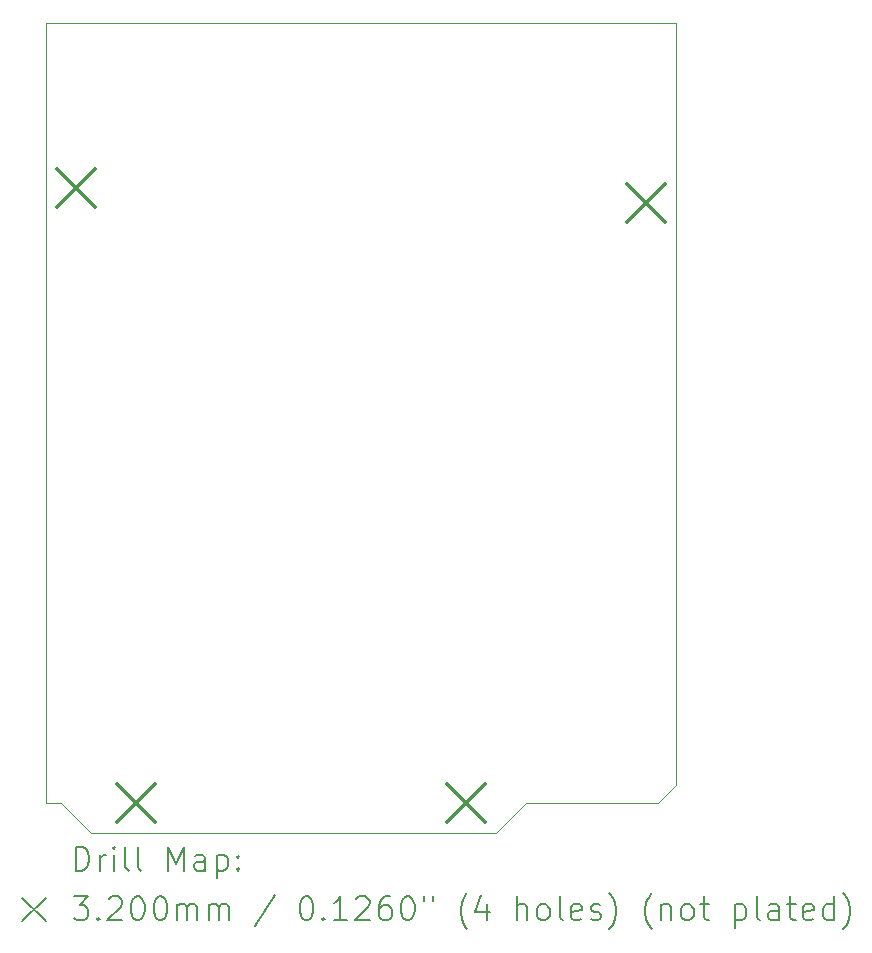
<source format=gbr>
%TF.GenerationSoftware,KiCad,Pcbnew,(6.0.11)*%
%TF.CreationDate,2024-01-05T14:59:17+00:00*%
%TF.ProjectId,EcoIDTesterCaseRear,45636f49-4454-4657-9374-657243617365,rev?*%
%TF.SameCoordinates,Original*%
%TF.FileFunction,Drillmap*%
%TF.FilePolarity,Positive*%
%FSLAX45Y45*%
G04 Gerber Fmt 4.5, Leading zero omitted, Abs format (unit mm)*
G04 Created by KiCad (PCBNEW (6.0.11)) date 2024-01-05 14:59:17*
%MOMM*%
%LPD*%
G01*
G04 APERTURE LIST*
%ADD10C,0.100000*%
%ADD11C,0.200000*%
%ADD12C,0.320000*%
G04 APERTURE END LIST*
D10*
X15563000Y-13436000D02*
X15818000Y-13182000D01*
X17087000Y-6580000D02*
X11754000Y-6578000D01*
X11754000Y-6578000D02*
X11754000Y-13181000D01*
X15818000Y-13182000D02*
X16935000Y-13182000D01*
X11880000Y-13181000D02*
X12134000Y-13435000D01*
X16935000Y-13182000D02*
X17088000Y-13030000D01*
X17088000Y-13030000D02*
X17087000Y-6580000D01*
X11754000Y-13181000D02*
X11880000Y-13181000D01*
X12134000Y-13435000D02*
X15563000Y-13436000D01*
D11*
D12*
X11847500Y-7815000D02*
X12167500Y-8135000D01*
X12167500Y-7815000D02*
X11847500Y-8135000D01*
X12355500Y-13022000D02*
X12675500Y-13342000D01*
X12675500Y-13022000D02*
X12355500Y-13342000D01*
X15149500Y-13022000D02*
X15469500Y-13342000D01*
X15469500Y-13022000D02*
X15149500Y-13342000D01*
X16673500Y-7942000D02*
X16993500Y-8262000D01*
X16993500Y-7942000D02*
X16673500Y-8262000D01*
D11*
X12006619Y-13751476D02*
X12006619Y-13551476D01*
X12054238Y-13551476D01*
X12082809Y-13561000D01*
X12101857Y-13580048D01*
X12111381Y-13599095D01*
X12120905Y-13637190D01*
X12120905Y-13665762D01*
X12111381Y-13703857D01*
X12101857Y-13722905D01*
X12082809Y-13741952D01*
X12054238Y-13751476D01*
X12006619Y-13751476D01*
X12206619Y-13751476D02*
X12206619Y-13618143D01*
X12206619Y-13656238D02*
X12216143Y-13637190D01*
X12225667Y-13627667D01*
X12244714Y-13618143D01*
X12263762Y-13618143D01*
X12330428Y-13751476D02*
X12330428Y-13618143D01*
X12330428Y-13551476D02*
X12320905Y-13561000D01*
X12330428Y-13570524D01*
X12339952Y-13561000D01*
X12330428Y-13551476D01*
X12330428Y-13570524D01*
X12454238Y-13751476D02*
X12435190Y-13741952D01*
X12425667Y-13722905D01*
X12425667Y-13551476D01*
X12559000Y-13751476D02*
X12539952Y-13741952D01*
X12530428Y-13722905D01*
X12530428Y-13551476D01*
X12787571Y-13751476D02*
X12787571Y-13551476D01*
X12854238Y-13694333D01*
X12920905Y-13551476D01*
X12920905Y-13751476D01*
X13101857Y-13751476D02*
X13101857Y-13646714D01*
X13092333Y-13627667D01*
X13073286Y-13618143D01*
X13035190Y-13618143D01*
X13016143Y-13627667D01*
X13101857Y-13741952D02*
X13082809Y-13751476D01*
X13035190Y-13751476D01*
X13016143Y-13741952D01*
X13006619Y-13722905D01*
X13006619Y-13703857D01*
X13016143Y-13684809D01*
X13035190Y-13675286D01*
X13082809Y-13675286D01*
X13101857Y-13665762D01*
X13197095Y-13618143D02*
X13197095Y-13818143D01*
X13197095Y-13627667D02*
X13216143Y-13618143D01*
X13254238Y-13618143D01*
X13273286Y-13627667D01*
X13282809Y-13637190D01*
X13292333Y-13656238D01*
X13292333Y-13713381D01*
X13282809Y-13732428D01*
X13273286Y-13741952D01*
X13254238Y-13751476D01*
X13216143Y-13751476D01*
X13197095Y-13741952D01*
X13378048Y-13732428D02*
X13387571Y-13741952D01*
X13378048Y-13751476D01*
X13368524Y-13741952D01*
X13378048Y-13732428D01*
X13378048Y-13751476D01*
X13378048Y-13627667D02*
X13387571Y-13637190D01*
X13378048Y-13646714D01*
X13368524Y-13637190D01*
X13378048Y-13627667D01*
X13378048Y-13646714D01*
X11549000Y-13981000D02*
X11749000Y-14181000D01*
X11749000Y-13981000D02*
X11549000Y-14181000D01*
X11987571Y-13971476D02*
X12111381Y-13971476D01*
X12044714Y-14047667D01*
X12073286Y-14047667D01*
X12092333Y-14057190D01*
X12101857Y-14066714D01*
X12111381Y-14085762D01*
X12111381Y-14133381D01*
X12101857Y-14152428D01*
X12092333Y-14161952D01*
X12073286Y-14171476D01*
X12016143Y-14171476D01*
X11997095Y-14161952D01*
X11987571Y-14152428D01*
X12197095Y-14152428D02*
X12206619Y-14161952D01*
X12197095Y-14171476D01*
X12187571Y-14161952D01*
X12197095Y-14152428D01*
X12197095Y-14171476D01*
X12282809Y-13990524D02*
X12292333Y-13981000D01*
X12311381Y-13971476D01*
X12359000Y-13971476D01*
X12378048Y-13981000D01*
X12387571Y-13990524D01*
X12397095Y-14009571D01*
X12397095Y-14028619D01*
X12387571Y-14057190D01*
X12273286Y-14171476D01*
X12397095Y-14171476D01*
X12520905Y-13971476D02*
X12539952Y-13971476D01*
X12559000Y-13981000D01*
X12568524Y-13990524D01*
X12578048Y-14009571D01*
X12587571Y-14047667D01*
X12587571Y-14095286D01*
X12578048Y-14133381D01*
X12568524Y-14152428D01*
X12559000Y-14161952D01*
X12539952Y-14171476D01*
X12520905Y-14171476D01*
X12501857Y-14161952D01*
X12492333Y-14152428D01*
X12482809Y-14133381D01*
X12473286Y-14095286D01*
X12473286Y-14047667D01*
X12482809Y-14009571D01*
X12492333Y-13990524D01*
X12501857Y-13981000D01*
X12520905Y-13971476D01*
X12711381Y-13971476D02*
X12730428Y-13971476D01*
X12749476Y-13981000D01*
X12759000Y-13990524D01*
X12768524Y-14009571D01*
X12778048Y-14047667D01*
X12778048Y-14095286D01*
X12768524Y-14133381D01*
X12759000Y-14152428D01*
X12749476Y-14161952D01*
X12730428Y-14171476D01*
X12711381Y-14171476D01*
X12692333Y-14161952D01*
X12682809Y-14152428D01*
X12673286Y-14133381D01*
X12663762Y-14095286D01*
X12663762Y-14047667D01*
X12673286Y-14009571D01*
X12682809Y-13990524D01*
X12692333Y-13981000D01*
X12711381Y-13971476D01*
X12863762Y-14171476D02*
X12863762Y-14038143D01*
X12863762Y-14057190D02*
X12873286Y-14047667D01*
X12892333Y-14038143D01*
X12920905Y-14038143D01*
X12939952Y-14047667D01*
X12949476Y-14066714D01*
X12949476Y-14171476D01*
X12949476Y-14066714D02*
X12959000Y-14047667D01*
X12978048Y-14038143D01*
X13006619Y-14038143D01*
X13025667Y-14047667D01*
X13035190Y-14066714D01*
X13035190Y-14171476D01*
X13130428Y-14171476D02*
X13130428Y-14038143D01*
X13130428Y-14057190D02*
X13139952Y-14047667D01*
X13159000Y-14038143D01*
X13187571Y-14038143D01*
X13206619Y-14047667D01*
X13216143Y-14066714D01*
X13216143Y-14171476D01*
X13216143Y-14066714D02*
X13225667Y-14047667D01*
X13244714Y-14038143D01*
X13273286Y-14038143D01*
X13292333Y-14047667D01*
X13301857Y-14066714D01*
X13301857Y-14171476D01*
X13692333Y-13961952D02*
X13520905Y-14219095D01*
X13949476Y-13971476D02*
X13968524Y-13971476D01*
X13987571Y-13981000D01*
X13997095Y-13990524D01*
X14006619Y-14009571D01*
X14016143Y-14047667D01*
X14016143Y-14095286D01*
X14006619Y-14133381D01*
X13997095Y-14152428D01*
X13987571Y-14161952D01*
X13968524Y-14171476D01*
X13949476Y-14171476D01*
X13930428Y-14161952D01*
X13920905Y-14152428D01*
X13911381Y-14133381D01*
X13901857Y-14095286D01*
X13901857Y-14047667D01*
X13911381Y-14009571D01*
X13920905Y-13990524D01*
X13930428Y-13981000D01*
X13949476Y-13971476D01*
X14101857Y-14152428D02*
X14111381Y-14161952D01*
X14101857Y-14171476D01*
X14092333Y-14161952D01*
X14101857Y-14152428D01*
X14101857Y-14171476D01*
X14301857Y-14171476D02*
X14187571Y-14171476D01*
X14244714Y-14171476D02*
X14244714Y-13971476D01*
X14225667Y-14000048D01*
X14206619Y-14019095D01*
X14187571Y-14028619D01*
X14378048Y-13990524D02*
X14387571Y-13981000D01*
X14406619Y-13971476D01*
X14454238Y-13971476D01*
X14473286Y-13981000D01*
X14482809Y-13990524D01*
X14492333Y-14009571D01*
X14492333Y-14028619D01*
X14482809Y-14057190D01*
X14368524Y-14171476D01*
X14492333Y-14171476D01*
X14663762Y-13971476D02*
X14625667Y-13971476D01*
X14606619Y-13981000D01*
X14597095Y-13990524D01*
X14578048Y-14019095D01*
X14568524Y-14057190D01*
X14568524Y-14133381D01*
X14578048Y-14152428D01*
X14587571Y-14161952D01*
X14606619Y-14171476D01*
X14644714Y-14171476D01*
X14663762Y-14161952D01*
X14673286Y-14152428D01*
X14682809Y-14133381D01*
X14682809Y-14085762D01*
X14673286Y-14066714D01*
X14663762Y-14057190D01*
X14644714Y-14047667D01*
X14606619Y-14047667D01*
X14587571Y-14057190D01*
X14578048Y-14066714D01*
X14568524Y-14085762D01*
X14806619Y-13971476D02*
X14825667Y-13971476D01*
X14844714Y-13981000D01*
X14854238Y-13990524D01*
X14863762Y-14009571D01*
X14873286Y-14047667D01*
X14873286Y-14095286D01*
X14863762Y-14133381D01*
X14854238Y-14152428D01*
X14844714Y-14161952D01*
X14825667Y-14171476D01*
X14806619Y-14171476D01*
X14787571Y-14161952D01*
X14778048Y-14152428D01*
X14768524Y-14133381D01*
X14759000Y-14095286D01*
X14759000Y-14047667D01*
X14768524Y-14009571D01*
X14778048Y-13990524D01*
X14787571Y-13981000D01*
X14806619Y-13971476D01*
X14949476Y-13971476D02*
X14949476Y-14009571D01*
X15025667Y-13971476D02*
X15025667Y-14009571D01*
X15320905Y-14247667D02*
X15311381Y-14238143D01*
X15292333Y-14209571D01*
X15282809Y-14190524D01*
X15273286Y-14161952D01*
X15263762Y-14114333D01*
X15263762Y-14076238D01*
X15273286Y-14028619D01*
X15282809Y-14000048D01*
X15292333Y-13981000D01*
X15311381Y-13952428D01*
X15320905Y-13942905D01*
X15482809Y-14038143D02*
X15482809Y-14171476D01*
X15435190Y-13961952D02*
X15387571Y-14104809D01*
X15511381Y-14104809D01*
X15739952Y-14171476D02*
X15739952Y-13971476D01*
X15825667Y-14171476D02*
X15825667Y-14066714D01*
X15816143Y-14047667D01*
X15797095Y-14038143D01*
X15768524Y-14038143D01*
X15749476Y-14047667D01*
X15739952Y-14057190D01*
X15949476Y-14171476D02*
X15930428Y-14161952D01*
X15920905Y-14152428D01*
X15911381Y-14133381D01*
X15911381Y-14076238D01*
X15920905Y-14057190D01*
X15930428Y-14047667D01*
X15949476Y-14038143D01*
X15978048Y-14038143D01*
X15997095Y-14047667D01*
X16006619Y-14057190D01*
X16016143Y-14076238D01*
X16016143Y-14133381D01*
X16006619Y-14152428D01*
X15997095Y-14161952D01*
X15978048Y-14171476D01*
X15949476Y-14171476D01*
X16130428Y-14171476D02*
X16111381Y-14161952D01*
X16101857Y-14142905D01*
X16101857Y-13971476D01*
X16282809Y-14161952D02*
X16263762Y-14171476D01*
X16225667Y-14171476D01*
X16206619Y-14161952D01*
X16197095Y-14142905D01*
X16197095Y-14066714D01*
X16206619Y-14047667D01*
X16225667Y-14038143D01*
X16263762Y-14038143D01*
X16282809Y-14047667D01*
X16292333Y-14066714D01*
X16292333Y-14085762D01*
X16197095Y-14104809D01*
X16368524Y-14161952D02*
X16387571Y-14171476D01*
X16425667Y-14171476D01*
X16444714Y-14161952D01*
X16454238Y-14142905D01*
X16454238Y-14133381D01*
X16444714Y-14114333D01*
X16425667Y-14104809D01*
X16397095Y-14104809D01*
X16378048Y-14095286D01*
X16368524Y-14076238D01*
X16368524Y-14066714D01*
X16378048Y-14047667D01*
X16397095Y-14038143D01*
X16425667Y-14038143D01*
X16444714Y-14047667D01*
X16520905Y-14247667D02*
X16530428Y-14238143D01*
X16549476Y-14209571D01*
X16559000Y-14190524D01*
X16568524Y-14161952D01*
X16578048Y-14114333D01*
X16578048Y-14076238D01*
X16568524Y-14028619D01*
X16559000Y-14000048D01*
X16549476Y-13981000D01*
X16530428Y-13952428D01*
X16520905Y-13942905D01*
X16882810Y-14247667D02*
X16873286Y-14238143D01*
X16854238Y-14209571D01*
X16844714Y-14190524D01*
X16835190Y-14161952D01*
X16825667Y-14114333D01*
X16825667Y-14076238D01*
X16835190Y-14028619D01*
X16844714Y-14000048D01*
X16854238Y-13981000D01*
X16873286Y-13952428D01*
X16882810Y-13942905D01*
X16959000Y-14038143D02*
X16959000Y-14171476D01*
X16959000Y-14057190D02*
X16968524Y-14047667D01*
X16987571Y-14038143D01*
X17016143Y-14038143D01*
X17035190Y-14047667D01*
X17044714Y-14066714D01*
X17044714Y-14171476D01*
X17168524Y-14171476D02*
X17149476Y-14161952D01*
X17139952Y-14152428D01*
X17130429Y-14133381D01*
X17130429Y-14076238D01*
X17139952Y-14057190D01*
X17149476Y-14047667D01*
X17168524Y-14038143D01*
X17197095Y-14038143D01*
X17216143Y-14047667D01*
X17225667Y-14057190D01*
X17235190Y-14076238D01*
X17235190Y-14133381D01*
X17225667Y-14152428D01*
X17216143Y-14161952D01*
X17197095Y-14171476D01*
X17168524Y-14171476D01*
X17292333Y-14038143D02*
X17368524Y-14038143D01*
X17320905Y-13971476D02*
X17320905Y-14142905D01*
X17330429Y-14161952D01*
X17349476Y-14171476D01*
X17368524Y-14171476D01*
X17587571Y-14038143D02*
X17587571Y-14238143D01*
X17587571Y-14047667D02*
X17606619Y-14038143D01*
X17644714Y-14038143D01*
X17663762Y-14047667D01*
X17673286Y-14057190D01*
X17682810Y-14076238D01*
X17682810Y-14133381D01*
X17673286Y-14152428D01*
X17663762Y-14161952D01*
X17644714Y-14171476D01*
X17606619Y-14171476D01*
X17587571Y-14161952D01*
X17797095Y-14171476D02*
X17778048Y-14161952D01*
X17768524Y-14142905D01*
X17768524Y-13971476D01*
X17959000Y-14171476D02*
X17959000Y-14066714D01*
X17949476Y-14047667D01*
X17930429Y-14038143D01*
X17892333Y-14038143D01*
X17873286Y-14047667D01*
X17959000Y-14161952D02*
X17939952Y-14171476D01*
X17892333Y-14171476D01*
X17873286Y-14161952D01*
X17863762Y-14142905D01*
X17863762Y-14123857D01*
X17873286Y-14104809D01*
X17892333Y-14095286D01*
X17939952Y-14095286D01*
X17959000Y-14085762D01*
X18025667Y-14038143D02*
X18101857Y-14038143D01*
X18054238Y-13971476D02*
X18054238Y-14142905D01*
X18063762Y-14161952D01*
X18082810Y-14171476D01*
X18101857Y-14171476D01*
X18244714Y-14161952D02*
X18225667Y-14171476D01*
X18187571Y-14171476D01*
X18168524Y-14161952D01*
X18159000Y-14142905D01*
X18159000Y-14066714D01*
X18168524Y-14047667D01*
X18187571Y-14038143D01*
X18225667Y-14038143D01*
X18244714Y-14047667D01*
X18254238Y-14066714D01*
X18254238Y-14085762D01*
X18159000Y-14104809D01*
X18425667Y-14171476D02*
X18425667Y-13971476D01*
X18425667Y-14161952D02*
X18406619Y-14171476D01*
X18368524Y-14171476D01*
X18349476Y-14161952D01*
X18339952Y-14152428D01*
X18330429Y-14133381D01*
X18330429Y-14076238D01*
X18339952Y-14057190D01*
X18349476Y-14047667D01*
X18368524Y-14038143D01*
X18406619Y-14038143D01*
X18425667Y-14047667D01*
X18501857Y-14247667D02*
X18511381Y-14238143D01*
X18530429Y-14209571D01*
X18539952Y-14190524D01*
X18549476Y-14161952D01*
X18559000Y-14114333D01*
X18559000Y-14076238D01*
X18549476Y-14028619D01*
X18539952Y-14000048D01*
X18530429Y-13981000D01*
X18511381Y-13952428D01*
X18501857Y-13942905D01*
M02*

</source>
